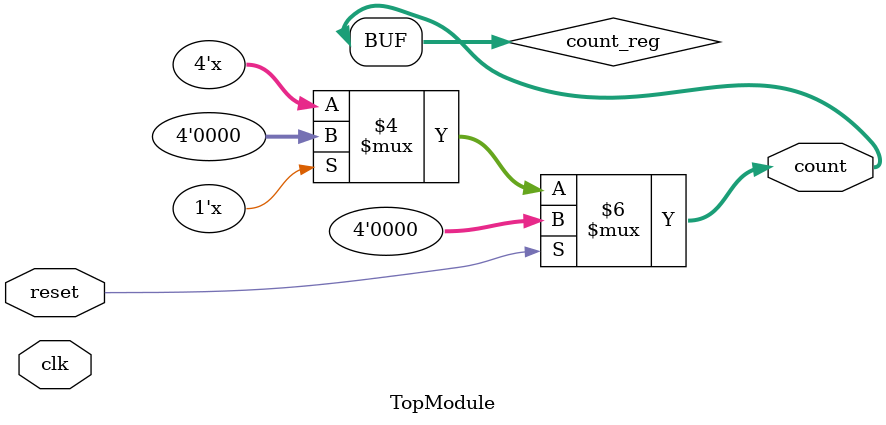
<source format=sv>
module TopModule (
    input logic clk,
    input logic reset,
    output logic [3:0] count
);

    logic [3:0] count_reg;

    always @(*) begin
        if (reset) begin
            count_reg = 4'b0000;
        end else begin
            count_reg = (count_reg == 4'b1001) ? 4'b0000 : count_reg + 1'b1;
        end
    end

    assign count = count_reg;

endmodule
</source>
